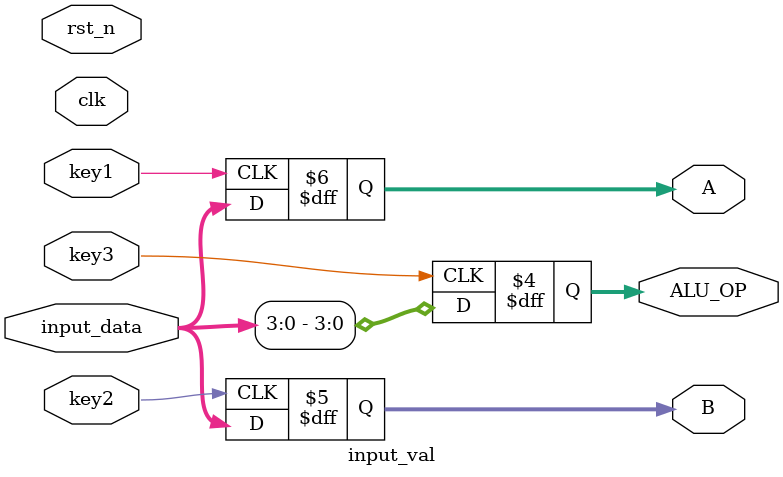
<source format=v>


//    // °´¼ü2°´ÏÂÊ±£¬½«ÊäÈëÊý¾Ý¸³Öµ¸øB
//    always @(posedge clk or negedge rst_n) begin
//        if (!rst_n) begin
//            B <= 32'h0; // ¸´Î»Ê±BÇåÁã
//        end else if (key2) begin
//            B <= input_data; // °´ÏÂ°´¼ü2Ê±£¬½«ÊäÈëÊý¾Ý¸³Öµ¸øB
//        end
//    end

//    // °´¼ü3°´ÏÂÊ±£¬½«¿ª¹ØµÄµÍ4Î»Öµ¸³Öµ¸øALU_OP
//    always @(posedge clk or negedge rst_n) begin
//        if (!rst_n) begin
//            ALU_OP <= 4'b1001; // ¸´Î»Ê±ALU_OPÇåÁã
//        end else if (key3) begin
//            ALU_OP <= input_data[3:0]; // °´ÏÂ°´¼ü3Ê±£¬½«¿ª¹ØÖµ¸³Öµ¸øALU_OP
//        end
//    end

//endmodule

module input_val (
    input wire clk,          // Ê±ÖÓÐÅºÅ
    input wire rst_n,        // ¸´Î»ÐÅºÅ£¬µÍµçÆ½ÓÐÐ§
    input wire key1,         // °´¼ü1£¬ÓÃÓÚÊäÈë²Ù×÷ÊýA
    input wire key2,         // °´¼ü2£¬ÓÃÓÚÊäÈë²Ù×÷ÊýB
    input wire key3,         // °´¼ü3£¬ÓÃÓÚÉèÖÃALU_OP
    input wire [31:0] input_data, // 32Î»ÊäÈëÊý¾Ý£¬ÓÃÓÚÉèÖÃA
    output reg [31:0] A,     // 32Î»²Ù×÷ÊýA£¬³õÊ¼ÖµÎª0
    output reg [31:0] B,     // 32Î»²Ù×÷ÊýB£¬³õÊ¼ÖµÎª0
    output reg [3:0] ALU_OP // 4Î»ALU²Ù×÷Âë£¬³õÊ¼ÖµÎª9
);

//    always @(posedge clk or negedge rst_n) begin
//        if (!rst_n) begin
//            A <= 32'h0;      // ¸´Î»Ê±AÇåÁã
//            B <= 32'h0;      // ¸´Î»Ê±BÇåÁã
//            ALU_OP <= 4'b1001; // ¸´Î»Ê±ALU_OPÉèÖÃÎªÄ¬ÈÏÖµ
//        end
//    end
    
    // °´¼ü1°´ÏÂÊ±£¬½«ÊäÈëÊý¾Ý¸³Öµ¸øA
    always @(posedge key1) begin
        A <= input_data; // °´ÏÂ°´¼ü1Ê±£¬½«ÊäÈëÊý¾Ý¸³Öµ¸øA
    end

    // °´¼ü2°´ÏÂÊ±£¬½«ÊäÈëÊý¾Ý¸³Öµ¸øB
    always @(posedge key2) begin
        B <= input_data; // °´ÏÂ°´¼ü2Ê±£¬½«ÊäÈëÊý¾Ý¸³Öµ¸øB
    end

    // °´¼ü3°´ÏÂÊ±£¬½«ÊäÈëÊý¾ÝµÄµÍ4Î»Öµ¸³Öµ¸øALU_OP
    always @(posedge key3) begin
        ALU_OP <= input_data[3:0]; // °´ÏÂ°´¼ü3Ê±£¬½«ÊäÈëÊý¾ÝµÄµÍ4Î»¸³Öµ¸øALU_OP
    /*    for (integer i = 0; i < 4; i = i + 1) begin
            ALU_OP[i] <= input_data[3 - i];
        end*/
    end

endmodule 
</source>
